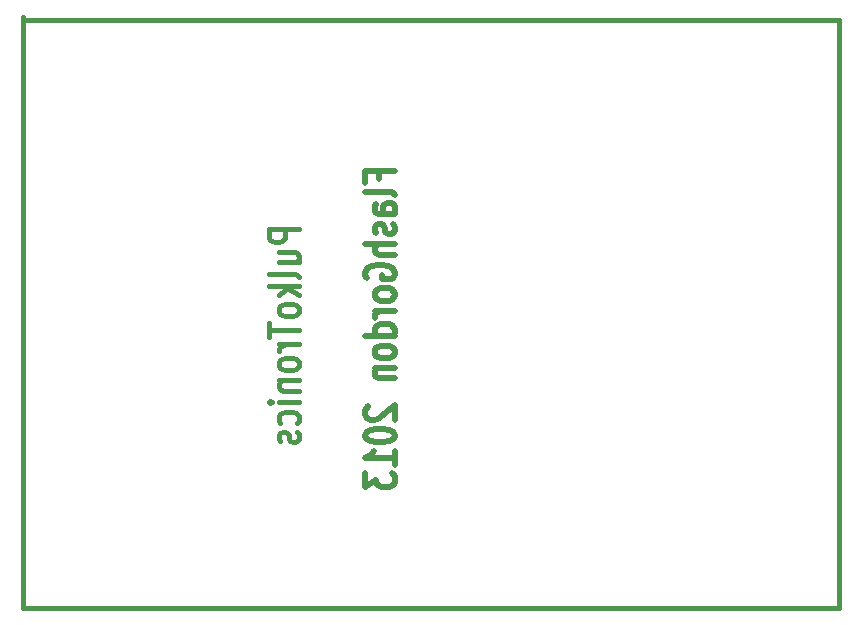
<source format=gbo>
G04 (created by PCBNEW-RS274X (2011-07-08 BZR 3044)-stable) date 03/02/2013 11:15:01*
G01*
G70*
G90*
%MOIN*%
G04 Gerber Fmt 3.4, Leading zero omitted, Abs format*
%FSLAX34Y34*%
G04 APERTURE LIST*
%ADD10C,0.006000*%
%ADD11C,0.015000*%
%ADD12C,0.015900*%
%ADD13C,0.019700*%
%ADD14C,0.075000*%
%ADD15R,0.082000X0.110000*%
%ADD16O,0.082000X0.110000*%
%ADD17R,0.075000X0.075000*%
%ADD18R,0.110000X0.082000*%
%ADD19O,0.110000X0.082000*%
%ADD20R,0.080000X0.080000*%
%ADD21C,0.080000*%
G04 APERTURE END LIST*
G54D10*
G54D11*
X07000Y-08100D02*
X07000Y-08000D01*
X34200Y-08100D02*
X07000Y-08100D01*
X34200Y-27700D02*
X34200Y-08100D01*
X07000Y-27700D02*
X34200Y-27700D01*
X07000Y-08100D02*
X07000Y-27700D01*
G54D12*
X16203Y-15058D02*
X15206Y-15058D01*
X15206Y-15358D01*
X15254Y-15433D01*
X15301Y-15471D01*
X15396Y-15508D01*
X15538Y-15508D01*
X15633Y-15471D01*
X15681Y-15433D01*
X15728Y-15358D01*
X15728Y-15058D01*
X15538Y-16183D02*
X16203Y-16183D01*
X15538Y-15845D02*
X16061Y-15845D01*
X16156Y-15883D01*
X16203Y-15958D01*
X16203Y-16070D01*
X16156Y-16145D01*
X16108Y-16183D01*
X16203Y-16670D02*
X16156Y-16595D01*
X16061Y-16557D01*
X15206Y-16557D01*
X16203Y-16969D02*
X15206Y-16969D01*
X15823Y-17044D02*
X16203Y-17269D01*
X15538Y-17269D02*
X15918Y-16969D01*
X16203Y-17719D02*
X16156Y-17644D01*
X16108Y-17606D01*
X16013Y-17569D01*
X15728Y-17569D01*
X15633Y-17606D01*
X15586Y-17644D01*
X15538Y-17719D01*
X15538Y-17831D01*
X15586Y-17906D01*
X15633Y-17944D01*
X15728Y-17981D01*
X16013Y-17981D01*
X16108Y-17944D01*
X16156Y-17906D01*
X16203Y-17831D01*
X16203Y-17719D01*
X15206Y-18206D02*
X15206Y-18656D01*
X16203Y-18431D02*
X15206Y-18431D01*
X16203Y-18918D02*
X15538Y-18918D01*
X15728Y-18918D02*
X15633Y-18956D01*
X15586Y-18993D01*
X15538Y-19068D01*
X15538Y-19143D01*
X16203Y-19518D02*
X16156Y-19443D01*
X16108Y-19405D01*
X16013Y-19368D01*
X15728Y-19368D01*
X15633Y-19405D01*
X15586Y-19443D01*
X15538Y-19518D01*
X15538Y-19630D01*
X15586Y-19705D01*
X15633Y-19743D01*
X15728Y-19780D01*
X16013Y-19780D01*
X16108Y-19743D01*
X16156Y-19705D01*
X16203Y-19630D01*
X16203Y-19518D01*
X15538Y-20117D02*
X16203Y-20117D01*
X15633Y-20117D02*
X15586Y-20155D01*
X15538Y-20230D01*
X15538Y-20342D01*
X15586Y-20417D01*
X15681Y-20455D01*
X16203Y-20455D01*
X16203Y-20829D02*
X15538Y-20829D01*
X15206Y-20829D02*
X15254Y-20792D01*
X15301Y-20829D01*
X15254Y-20867D01*
X15206Y-20829D01*
X15301Y-20829D01*
X16156Y-21542D02*
X16203Y-21467D01*
X16203Y-21317D01*
X16156Y-21242D01*
X16108Y-21204D01*
X16013Y-21167D01*
X15728Y-21167D01*
X15633Y-21204D01*
X15586Y-21242D01*
X15538Y-21317D01*
X15538Y-21467D01*
X15586Y-21542D01*
X16156Y-21842D02*
X16203Y-21917D01*
X16203Y-22067D01*
X16156Y-22142D01*
X16061Y-22179D01*
X16013Y-22179D01*
X15918Y-22142D01*
X15871Y-22067D01*
X15871Y-21954D01*
X15823Y-21879D01*
X15728Y-21842D01*
X15681Y-21842D01*
X15586Y-21879D01*
X15538Y-21954D01*
X15538Y-22067D01*
X15586Y-22142D01*
G54D13*
X18883Y-13415D02*
X18883Y-13152D01*
X19398Y-13152D02*
X18414Y-13152D01*
X18414Y-13527D01*
X19398Y-13940D02*
X19351Y-13865D01*
X19258Y-13827D01*
X18414Y-13827D01*
X19398Y-14577D02*
X18883Y-14577D01*
X18789Y-14539D01*
X18742Y-14464D01*
X18742Y-14314D01*
X18789Y-14239D01*
X19351Y-14577D02*
X19398Y-14502D01*
X19398Y-14314D01*
X19351Y-14239D01*
X19258Y-14202D01*
X19164Y-14202D01*
X19070Y-14239D01*
X19023Y-14314D01*
X19023Y-14502D01*
X18977Y-14577D01*
X19351Y-14914D02*
X19398Y-14989D01*
X19398Y-15139D01*
X19351Y-15214D01*
X19258Y-15251D01*
X19211Y-15251D01*
X19117Y-15214D01*
X19070Y-15139D01*
X19070Y-15026D01*
X19023Y-14951D01*
X18930Y-14914D01*
X18883Y-14914D01*
X18789Y-14951D01*
X18742Y-15026D01*
X18742Y-15139D01*
X18789Y-15214D01*
X19398Y-15588D02*
X18414Y-15588D01*
X19398Y-15926D02*
X18883Y-15926D01*
X18789Y-15888D01*
X18742Y-15813D01*
X18742Y-15701D01*
X18789Y-15626D01*
X18836Y-15588D01*
X18461Y-16713D02*
X18414Y-16638D01*
X18414Y-16525D01*
X18461Y-16413D01*
X18555Y-16338D01*
X18649Y-16300D01*
X18836Y-16263D01*
X18977Y-16263D01*
X19164Y-16300D01*
X19258Y-16338D01*
X19351Y-16413D01*
X19398Y-16525D01*
X19398Y-16600D01*
X19351Y-16713D01*
X19305Y-16750D01*
X18977Y-16750D01*
X18977Y-16600D01*
X19398Y-17200D02*
X19351Y-17125D01*
X19305Y-17087D01*
X19211Y-17050D01*
X18930Y-17050D01*
X18836Y-17087D01*
X18789Y-17125D01*
X18742Y-17200D01*
X18742Y-17312D01*
X18789Y-17387D01*
X18836Y-17425D01*
X18930Y-17462D01*
X19211Y-17462D01*
X19305Y-17425D01*
X19351Y-17387D01*
X19398Y-17312D01*
X19398Y-17200D01*
X19398Y-17799D02*
X18742Y-17799D01*
X18930Y-17799D02*
X18836Y-17837D01*
X18789Y-17874D01*
X18742Y-17949D01*
X18742Y-18024D01*
X19398Y-18624D02*
X18414Y-18624D01*
X19351Y-18624D02*
X19398Y-18549D01*
X19398Y-18399D01*
X19351Y-18324D01*
X19305Y-18286D01*
X19211Y-18249D01*
X18930Y-18249D01*
X18836Y-18286D01*
X18789Y-18324D01*
X18742Y-18399D01*
X18742Y-18549D01*
X18789Y-18624D01*
X19398Y-19111D02*
X19351Y-19036D01*
X19305Y-18998D01*
X19211Y-18961D01*
X18930Y-18961D01*
X18836Y-18998D01*
X18789Y-19036D01*
X18742Y-19111D01*
X18742Y-19223D01*
X18789Y-19298D01*
X18836Y-19336D01*
X18930Y-19373D01*
X19211Y-19373D01*
X19305Y-19336D01*
X19351Y-19298D01*
X19398Y-19223D01*
X19398Y-19111D01*
X18742Y-19710D02*
X19398Y-19710D01*
X18836Y-19710D02*
X18789Y-19748D01*
X18742Y-19823D01*
X18742Y-19935D01*
X18789Y-20010D01*
X18883Y-20048D01*
X19398Y-20048D01*
X18508Y-20985D02*
X18461Y-21022D01*
X18414Y-21097D01*
X18414Y-21285D01*
X18461Y-21360D01*
X18508Y-21397D01*
X18602Y-21435D01*
X18695Y-21435D01*
X18836Y-21397D01*
X19398Y-20947D01*
X19398Y-21435D01*
X18414Y-21922D02*
X18414Y-21997D01*
X18461Y-22072D01*
X18508Y-22110D01*
X18602Y-22147D01*
X18789Y-22185D01*
X19023Y-22185D01*
X19211Y-22147D01*
X19305Y-22110D01*
X19351Y-22072D01*
X19398Y-21997D01*
X19398Y-21922D01*
X19351Y-21847D01*
X19305Y-21810D01*
X19211Y-21772D01*
X19023Y-21735D01*
X18789Y-21735D01*
X18602Y-21772D01*
X18508Y-21810D01*
X18461Y-21847D01*
X18414Y-21922D01*
X19398Y-22935D02*
X19398Y-22485D01*
X19398Y-22710D02*
X18414Y-22710D01*
X18555Y-22635D01*
X18649Y-22560D01*
X18695Y-22485D01*
X18414Y-23197D02*
X18414Y-23685D01*
X18789Y-23422D01*
X18789Y-23535D01*
X18836Y-23610D01*
X18883Y-23647D01*
X18977Y-23685D01*
X19211Y-23685D01*
X19305Y-23647D01*
X19351Y-23610D01*
X19398Y-23535D01*
X19398Y-23310D01*
X19351Y-23235D01*
X19305Y-23197D01*
%LPC*%
G54D14*
X16200Y-11900D03*
X16200Y-13900D03*
X17300Y-09900D03*
X17300Y-11900D03*
X24600Y-11800D03*
X24600Y-09800D03*
G54D15*
X08500Y-14400D03*
G54D16*
X09500Y-14400D03*
X10500Y-14400D03*
X11500Y-14400D03*
X12500Y-14400D03*
X13500Y-14400D03*
X14500Y-14400D03*
X14500Y-11400D03*
X13500Y-11400D03*
X12500Y-11400D03*
X11500Y-11400D03*
X10500Y-11400D03*
X09500Y-11400D03*
X08500Y-11400D03*
G54D14*
X25000Y-20500D03*
X25000Y-23500D03*
G54D17*
X33250Y-20050D03*
G54D14*
X33250Y-21050D03*
X33250Y-22050D03*
G54D17*
X33250Y-18650D03*
G54D14*
X33250Y-17650D03*
X33250Y-16650D03*
X16400Y-10300D03*
X13400Y-10300D03*
X12500Y-10100D03*
X09500Y-10100D03*
X30300Y-15500D03*
X33300Y-15500D03*
G54D18*
X19600Y-09900D03*
G54D19*
X19600Y-10900D03*
X19600Y-11900D03*
X22600Y-11900D03*
X22600Y-10900D03*
X22600Y-09900D03*
G54D18*
X27700Y-16700D03*
G54D19*
X27700Y-17700D03*
X27700Y-18700D03*
X27700Y-19700D03*
X27700Y-20700D03*
X27700Y-21700D03*
X27700Y-22700D03*
X30700Y-22700D03*
X30700Y-21700D03*
X30700Y-20700D03*
X30700Y-19700D03*
X30700Y-18700D03*
X30700Y-17700D03*
X30700Y-16700D03*
G54D17*
X09600Y-19200D03*
G54D14*
X08600Y-20200D03*
X09600Y-20200D03*
X08600Y-21200D03*
X09600Y-22200D03*
X09600Y-21200D03*
X10600Y-22200D03*
X10600Y-21200D03*
X11600Y-22200D03*
X11600Y-21200D03*
X12600Y-22200D03*
X12600Y-21200D03*
X13600Y-22200D03*
X14600Y-21200D03*
X13600Y-21200D03*
X14600Y-20200D03*
X13600Y-20200D03*
X14600Y-19200D03*
X13600Y-19200D03*
X14600Y-18200D03*
X13600Y-17200D03*
X13600Y-18200D03*
X12600Y-17200D03*
X12600Y-18200D03*
X11600Y-17200D03*
X11600Y-18200D03*
X10600Y-17200D03*
X10600Y-18200D03*
X09600Y-18200D03*
X08600Y-19200D03*
X09600Y-17200D03*
X08600Y-18200D03*
G54D15*
X32300Y-09800D03*
G54D16*
X31300Y-09800D03*
X30300Y-09800D03*
X29300Y-09800D03*
X28300Y-09800D03*
X27300Y-09800D03*
X26300Y-09800D03*
X26300Y-12800D03*
X27300Y-12800D03*
X28300Y-12800D03*
X29300Y-12800D03*
X30300Y-12800D03*
X31300Y-12800D03*
X32300Y-12800D03*
G54D18*
X21900Y-13700D03*
G54D19*
X21900Y-14700D03*
X21900Y-15700D03*
X21900Y-16700D03*
X21900Y-17700D03*
X21900Y-18700D03*
X21900Y-19700D03*
X24900Y-19700D03*
X24900Y-18700D03*
X24900Y-17700D03*
X24900Y-16700D03*
X24900Y-15700D03*
X24900Y-14700D03*
X24900Y-13700D03*
G54D18*
X17300Y-13700D03*
G54D19*
X17300Y-14700D03*
X17300Y-15700D03*
X17300Y-16700D03*
X17300Y-17700D03*
X17300Y-18700D03*
X17300Y-19700D03*
X17300Y-20700D03*
X17300Y-21700D03*
X17300Y-22700D03*
X20300Y-22700D03*
X20300Y-21700D03*
X20300Y-20700D03*
X20300Y-19700D03*
X20300Y-18700D03*
X20300Y-17700D03*
X20300Y-16700D03*
X20300Y-15700D03*
X20300Y-14700D03*
X20300Y-13700D03*
G54D14*
X31200Y-14300D03*
X28200Y-14300D03*
G54D20*
X08294Y-26531D03*
G54D21*
X08294Y-25531D03*
X09294Y-26531D03*
X09294Y-25531D03*
X10294Y-26531D03*
X10294Y-25531D03*
X11294Y-26531D03*
X11294Y-25531D03*
X12294Y-26531D03*
X12294Y-25531D03*
X13294Y-26531D03*
X13294Y-25531D03*
X14294Y-26531D03*
X14294Y-25531D03*
X15294Y-26531D03*
X15294Y-25531D03*
X16294Y-26531D03*
X16294Y-25531D03*
X17294Y-26531D03*
X17294Y-25531D03*
X18294Y-26531D03*
X18294Y-25531D03*
X19294Y-26531D03*
X19294Y-25531D03*
X20294Y-26531D03*
X20294Y-25531D03*
X21294Y-26531D03*
X21294Y-25531D03*
X22294Y-26531D03*
X22294Y-25531D03*
X23294Y-26531D03*
X23294Y-25531D03*
X24294Y-26531D03*
X24294Y-25531D03*
X25294Y-26531D03*
X25294Y-25531D03*
X26294Y-26531D03*
X26294Y-25531D03*
X27294Y-26531D03*
X27294Y-25531D03*
X28294Y-26531D03*
X28294Y-25531D03*
X29294Y-26531D03*
X29294Y-25531D03*
X30294Y-26531D03*
X30294Y-25531D03*
X31294Y-26531D03*
X31294Y-25531D03*
X32294Y-26531D03*
X32294Y-25531D03*
G54D20*
X22200Y-23200D03*
G54D21*
X22200Y-22200D03*
G54D17*
X26300Y-19800D03*
G54D14*
X26300Y-22800D03*
G54D17*
X32100Y-19600D03*
G54D14*
X32100Y-16600D03*
G54D17*
X26400Y-18000D03*
G54D14*
X26400Y-15000D03*
M02*

</source>
